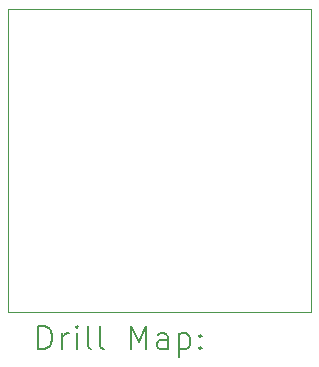
<source format=gbr>
%TF.GenerationSoftware,KiCad,Pcbnew,7.0.8*%
%TF.CreationDate,2024-01-22T11:33:53+00:00*%
%TF.ProjectId,Neptune-32x-315-5818-bypass,4e657074-756e-4652-9d33-32782d333135,rev?*%
%TF.SameCoordinates,Original*%
%TF.FileFunction,Drillmap*%
%TF.FilePolarity,Positive*%
%FSLAX45Y45*%
G04 Gerber Fmt 4.5, Leading zero omitted, Abs format (unit mm)*
G04 Created by KiCad (PCBNEW 7.0.8) date 2024-01-22 11:33:53*
%MOMM*%
%LPD*%
G01*
G04 APERTURE LIST*
%ADD10C,0.100000*%
%ADD11C,0.200000*%
G04 APERTURE END LIST*
D10*
X12433300Y-7614920D02*
X14993620Y-7614920D01*
X14993620Y-10175240D01*
X12433300Y-10175240D01*
X12433300Y-7614920D01*
D11*
X12689077Y-10491724D02*
X12689077Y-10291724D01*
X12689077Y-10291724D02*
X12736696Y-10291724D01*
X12736696Y-10291724D02*
X12765267Y-10301248D01*
X12765267Y-10301248D02*
X12784315Y-10320295D01*
X12784315Y-10320295D02*
X12793839Y-10339343D01*
X12793839Y-10339343D02*
X12803362Y-10377438D01*
X12803362Y-10377438D02*
X12803362Y-10406010D01*
X12803362Y-10406010D02*
X12793839Y-10444105D01*
X12793839Y-10444105D02*
X12784315Y-10463152D01*
X12784315Y-10463152D02*
X12765267Y-10482200D01*
X12765267Y-10482200D02*
X12736696Y-10491724D01*
X12736696Y-10491724D02*
X12689077Y-10491724D01*
X12889077Y-10491724D02*
X12889077Y-10358390D01*
X12889077Y-10396486D02*
X12898601Y-10377438D01*
X12898601Y-10377438D02*
X12908124Y-10367914D01*
X12908124Y-10367914D02*
X12927172Y-10358390D01*
X12927172Y-10358390D02*
X12946220Y-10358390D01*
X13012886Y-10491724D02*
X13012886Y-10358390D01*
X13012886Y-10291724D02*
X13003362Y-10301248D01*
X13003362Y-10301248D02*
X13012886Y-10310771D01*
X13012886Y-10310771D02*
X13022410Y-10301248D01*
X13022410Y-10301248D02*
X13012886Y-10291724D01*
X13012886Y-10291724D02*
X13012886Y-10310771D01*
X13136696Y-10491724D02*
X13117648Y-10482200D01*
X13117648Y-10482200D02*
X13108124Y-10463152D01*
X13108124Y-10463152D02*
X13108124Y-10291724D01*
X13241458Y-10491724D02*
X13222410Y-10482200D01*
X13222410Y-10482200D02*
X13212886Y-10463152D01*
X13212886Y-10463152D02*
X13212886Y-10291724D01*
X13470029Y-10491724D02*
X13470029Y-10291724D01*
X13470029Y-10291724D02*
X13536696Y-10434581D01*
X13536696Y-10434581D02*
X13603362Y-10291724D01*
X13603362Y-10291724D02*
X13603362Y-10491724D01*
X13784315Y-10491724D02*
X13784315Y-10386962D01*
X13784315Y-10386962D02*
X13774791Y-10367914D01*
X13774791Y-10367914D02*
X13755743Y-10358390D01*
X13755743Y-10358390D02*
X13717648Y-10358390D01*
X13717648Y-10358390D02*
X13698601Y-10367914D01*
X13784315Y-10482200D02*
X13765267Y-10491724D01*
X13765267Y-10491724D02*
X13717648Y-10491724D01*
X13717648Y-10491724D02*
X13698601Y-10482200D01*
X13698601Y-10482200D02*
X13689077Y-10463152D01*
X13689077Y-10463152D02*
X13689077Y-10444105D01*
X13689077Y-10444105D02*
X13698601Y-10425057D01*
X13698601Y-10425057D02*
X13717648Y-10415533D01*
X13717648Y-10415533D02*
X13765267Y-10415533D01*
X13765267Y-10415533D02*
X13784315Y-10406010D01*
X13879553Y-10358390D02*
X13879553Y-10558390D01*
X13879553Y-10367914D02*
X13898601Y-10358390D01*
X13898601Y-10358390D02*
X13936696Y-10358390D01*
X13936696Y-10358390D02*
X13955743Y-10367914D01*
X13955743Y-10367914D02*
X13965267Y-10377438D01*
X13965267Y-10377438D02*
X13974791Y-10396486D01*
X13974791Y-10396486D02*
X13974791Y-10453629D01*
X13974791Y-10453629D02*
X13965267Y-10472676D01*
X13965267Y-10472676D02*
X13955743Y-10482200D01*
X13955743Y-10482200D02*
X13936696Y-10491724D01*
X13936696Y-10491724D02*
X13898601Y-10491724D01*
X13898601Y-10491724D02*
X13879553Y-10482200D01*
X14060505Y-10472676D02*
X14070029Y-10482200D01*
X14070029Y-10482200D02*
X14060505Y-10491724D01*
X14060505Y-10491724D02*
X14050982Y-10482200D01*
X14050982Y-10482200D02*
X14060505Y-10472676D01*
X14060505Y-10472676D02*
X14060505Y-10491724D01*
X14060505Y-10367914D02*
X14070029Y-10377438D01*
X14070029Y-10377438D02*
X14060505Y-10386962D01*
X14060505Y-10386962D02*
X14050982Y-10377438D01*
X14050982Y-10377438D02*
X14060505Y-10367914D01*
X14060505Y-10367914D02*
X14060505Y-10386962D01*
M02*

</source>
